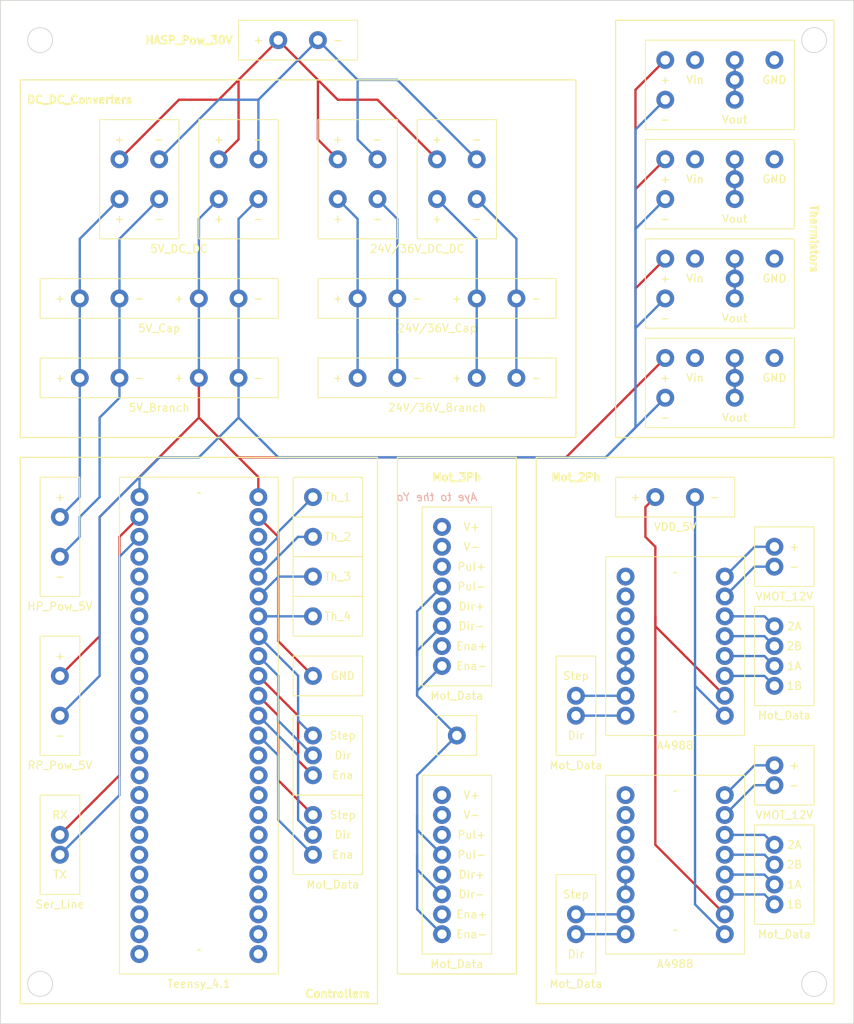
<source format=kicad_pcb>
(kicad_pcb (version 20211014) (generator pcbnew)
  (layers (0 "F.Cu" signal) (31 "B.Cu" signal) (34 "B.Paste" user) (35 "F.Paste" user) (36 "B.SilkS" user "B.Silkscreen") (37 "F.SilkS" user "F.Silkscreen") (38 "B.Mask" user) (39 "F.Mask" user) (44 "Edge.Cuts" user))
  (net 0 "")
  (footprint "TEST_1:Stepper_Pad" (layer "F.Cu") (at 127 128.27)
    (fp_text reference "Stepper_Pad" hide)
    (fp_text value "Stepper_Pad" hide)
    (fp_text user "2A" (at 2.54 -2.54 unlocked) (layer "F.SilkS"))
    (fp_text user "1A" (at 2.54 2.54 unlocked) (layer "F.SilkS"))
    (fp_text user "2B" (at 2.54 0 unlocked) (layer "F.SilkS"))
    (fp_text user "1B" (at 2.54 5.08 unlocked) (layer "F.SilkS"))
    (pad "1" thru_hole circle (at 0 -2.54) (size 2.286 2.286) (drill 1.2) (layers F&B.Cu *.Mask))
    (pad "2" thru_hole circle (at 0 0) (size 2.286 2.286) (drill 1.2) (layers F&B.Cu *.Mask))
    (pad "3" thru_hole circle (at 0 2.54) (size 2.286 2.286) (drill 1.2) (layers F&B.Cu *.Mask))
    (pad "4" thru_hole circle (at 0 5.08) (size 2.286 2.286) (drill 1.2) (layers F&B.Cu *.Mask))
  )
  (footprint "TEST_1:Pow_3_2" (layer "F.Cu") (at 76.2 55.88)
    (fp_text reference "Pow_3_2" hide)
    (fp_text value "Pow_3_2" hide)
    (fp_text user "-" (at 5.08 0 unlocked) (layer "F.SilkS"))
    (fp_text user "+" (at 10.16 0 unlocked) (layer "F.SilkS"))
    (fp_text user "-" (at 20.32 0 unlocked) (layer "F.SilkS"))
    (fp_text user "+" (at -5.08 0 unlocked) (layer "F.SilkS"))
    (pad "1" thru_hole circle (at 2.54 0) (size 2.286 2.286) (drill 1.2) (layers *.Cu *.Mask))
    (pad "1" thru_hole circle (at 17.78 0) (size 2.286 2.286) (drill 1.2) (layers *.Mask "F.Cu" "In1.Cu" "B.Cu"))
    (pad "2" thru_hole circle (at -2.54 0) (size 2.286 2.286) (drill 1.2) (layers *.Cu *.Mask))
    (pad "2" thru_hole circle (at 12.7 0) (size 2.286 2.286) (drill 1.2) (layers *.Mask "F.Cu" "In1.Cu" "B.Cu"))
  )
  (footprint "TEST_1:Conv_Pad_2" (layer "F.Cu") (at 58.42 40.64)
    (fp_text reference "Conv_Pad_2" hide)
    (fp_text value "Conv_Pad_2" hide)
    (fp_text user "-" (at 2.54 -5.08 unlocked) (layer "F.SilkS"))
    (fp_text user "+" (at -2.54 -5.08 unlocked) (layer "F.SilkS"))
    (fp_text user "+" (at -2.54 5.08 unlocked) (layer "F.SilkS"))
    (fp_text user "-" (at 2.54 5.08 unlocked) (layer "F.SilkS"))
    (pad "1" thru_hole circle (at -2.54 -2.54) (size 2.286 2.286) (drill 1.2) (layers F&B.Cu *.Mask))
    (pad "2" thru_hole circle (at 2.54 -2.54) (size 2.286 2.286) (drill 1.2) (layers F&B.Cu *.Mask))
    (pad "3" thru_hole circle (at -2.54 2.54) (size 2.286 2.286) (drill 1.2) (layers F&B.Cu *.Mask))
    (pad "4" thru_hole circle (at 2.54 2.54) (size 2.286 2.286) (drill 1.2) (layers F&B.Cu *.Mask))
  )
  (footprint "TEST_1:Pow_4" (layer "F.Cu") (at 127 118.11)
    (fp_text reference "Pow_4" hide)
    (fp_text value "Pow_4" hide)
    (fp_text user "-" (at 2.54 0 unlocked) (layer "F.SilkS"))
    (fp_text user "+" (at 2.54 -2.54 unlocked) (layer "F.SilkS"))
    (pad "1" thru_hole circle (at 0 -2.54) (size 2.286 2.286) (drill 1.2) (layers F&B.Cu *.Mask))
    (pad "2" thru_hole circle (at 0 0) (size 2.286 2.286) (drill 1.2) (layers F&B.Cu *.Mask))
  )
  (footprint "TEST_1:Conv_Pad_2" (layer "F.Cu") (at 86.36 40.64)
    (fp_text reference "Conv_Pad_2" hide)
    (fp_text value "Conv_Pad_2" hide)
    (fp_text user "-" (at 2.54 -5.08 unlocked) (layer "F.SilkS"))
    (fp_text user "+" (at -2.54 -5.08 unlocked) (layer "F.SilkS"))
    (fp_text user "+" (at -2.54 5.08 unlocked) (layer "F.SilkS"))
    (fp_text user "-" (at 2.54 5.08 unlocked) (layer "F.SilkS"))
    (pad "1" thru_hole circle (at -2.54 -2.54) (size 2.286 2.286) (drill 1.2) (layers F&B.Cu *.Mask))
    (pad "2" thru_hole circle (at 2.54 -2.54) (size 2.286 2.286) (drill 1.2) (layers F&B.Cu *.Mask))
    (pad "3" thru_hole circle (at -2.54 2.54) (size 2.286 2.286) (drill 1.2) (layers F&B.Cu *.Mask))
    (pad "4" thru_hole circle (at 2.54 2.54) (size 2.286 2.286) (drill 1.2) (layers F&B.Cu *.Mask))
  )
  (footprint "TEST_1:Conv_Pad_2" (layer "F.Cu") (at 73.66 40.64)
    (fp_text reference "Conv_Pad_2" hide)
    (fp_text value "Conv_Pad_2" hide)
    (fp_text user "-" (at 2.54 -5.08 unlocked) (layer "F.SilkS"))
    (fp_text user "+" (at -2.54 -5.08 unlocked) (layer "F.SilkS"))
    (fp_text user "+" (at -2.54 5.08 unlocked) (layer "F.SilkS"))
    (fp_text user "-" (at 2.54 5.08 unlocked) (layer "F.SilkS"))
    (pad "1" thru_hole circle (at -2.54 -2.54) (size 2.286 2.286) (drill 1.2) (layers F&B.Cu *.Mask))
    (pad "2" thru_hole circle (at 2.54 -2.54) (size 2.286 2.286) (drill 1.2) (layers F&B.Cu *.Mask))
    (pad "3" thru_hole circle (at -2.54 2.54) (size 2.286 2.286) (drill 1.2) (layers F&B.Cu *.Mask))
    (pad "4" thru_hole circle (at 2.54 2.54) (size 2.286 2.286) (drill 1.2) (layers F&B.Cu *.Mask))
  )
  (footprint "TEST_1:Serial" (layer "F.Cu") (at 35.56 127)
    (fp_text reference "Serial" hide)
    (fp_text value "Serial" hide)
    (fp_text user "TX" (at 0 2.54 unlocked) (layer "F.SilkS"))
    (fp_text user "RX" (at 0 -5.08 unlocked) (layer "F.SilkS"))
    (pad "1" thru_hole circle (at 0 -2.54) (size 2.286 2.286) (drill 1.2) (layers *.Cu *.Mask))
    (pad "2" thru_hole circle (at 0 0) (size 2.286 2.286) (drill 1.2) (layers *.Cu *.Mask))
  )
  (footprint "TEST_1:A4988" (layer "F.Cu") (at 114.3 129.54)
    (fp_text reference "A4988" hide)
    (fp_text value "A4988")
    (pad "1" thru_hole circle (at -6.35 -10.16) (size 2.286 2.286) (drill 1.2) (layers *.Cu *.Mask))
    (pad "2" thru_hole circle (at -6.35 -7.62) (size 2.286 2.286) (drill 1.2) (layers *.Cu *.Mask))
    (pad "3" thru_hole circle (at -6.35 -5.08) (size 2.286 2.286) (drill 1.2) (layers *.Cu *.Mask))
    (pad "4" thru_hole circle (at -6.35 -2.54) (size 2.286 2.286) (drill 1.2) (layers *.Cu *.Mask))
    (pad "5" thru_hole circle (at -6.35 0) (size 2.286 2.286) (drill 1.2) (layers *.Cu *.Mask))
    (pad "6" thru_hole circle (at -6.35 2.54) (size 2.286 2.286) (drill 1.2) (layers *.Cu *.Mask))
    (pad "7" thru_hole circle (at -6.35 5.08) (size 2.286 2.286) (drill 1.2) (layers *.Cu *.Mask))
    (pad "8" thru_hole circle (at -6.35 7.62) (size 2.286 2.286) (drill 1.2) (layers *.Cu *.Mask))
    (pad "9" thru_hole circle (at 6.35 -10.16) (size 2.286 2.286) (drill 1.2) (layers *.Cu *.Mask))
    (pad "10" thru_hole circle (at 6.35 -7.62) (size 2.286 2.286) (drill 1.2) (layers *.Cu *.Mask))
    (pad "11" thru_hole circle (at 6.35 -5.08) (size 2.286 2.286) (drill 1.2) (layers *.Cu *.Mask))
    (pad "12" thru_hole circle (at 6.35 -2.54) (size 2.286 2.286) (drill 1.2) (layers *.Cu *.Mask))
    (pad "13" thru_hole circle (at 6.35 0) (size 2.286 2.286) (drill 1.2) (layers *.Cu *.Mask))
    (pad "14" thru_hole circle (at 6.35 2.54) (size 2.286 2.286) (drill 1.2) (layers *.Cu *.Mask))
    (pad "15" thru_hole circle (at 6.35 5.08) (size 2.286 2.286) (drill 1.2) (layers *.Cu *.Mask))
    (pad "16" thru_hole circle (at 6.35 7.62) (size 2.286 2.286) (drill 1.2) (layers *.Cu *.Mask))
  )
  (footprint "TEST_1:Therm" (layer "F.Cu") (at 121.92 27.94)
    (fp_text reference "Therm" hide)
    (fp_text value "Therm" hide)
    (fp_text user "+" (at -8.89 0 unlocked) (layer "F.SilkS"))
    (fp_text user "Vin" (at -5.08 0 unlocked) (layer "F.SilkS"))
    (fp_text user "Vout" (at 0 5.08 unlocked) (layer "F.SilkS"))
    (fp_text user "GND" (at 5.08 0 unlocked) (layer "F.SilkS"))
    (fp_text user "-" (at -8.89 5.08 unlocked) (layer "F.SilkS"))
    (pad "1" thru_hole circle (at -8.89 -2.54) (size 2.286 2.286) (drill 1.2) (layers *.Cu *.Mask))
    (pad "2" thru_hole circle (at -5.08 -2.54) (size 2.286 2.286) (drill 1.2) (layers *.Cu *.Mask))
    (pad "3" thru_hole circle (at 0 -2.54) (size 2.286 2.286) (drill 1.2) (layers *.Mask "F.Cu" "In1.Cu" "B.Cu"))
    (pad "4" thru_hole circle (at 5.08 -2.54) (size 2.286 2.286) (drill 1.2) (layers *.Mask "F.Cu" "In1.Cu" "B.Cu"))
    (pad "5" thru_hole circle (at 0 0) (size 2.286 2.286) (drill 1.2) (layers *.Cu *.Mask))
    (pad "6" thru_hole circle (at -8.89 2.54) (size 2.286 2.286) (drill 1.2) (layers *.Cu *.Mask))
    (pad "7" thru_hole circle (at 0 2.54) (size 2.286 2.286) (drill 1.2) (layers *.Mask "F.Cu" "In1.Cu" "B.Cu"))
  )
  (footprint "TEST_1:Pow_3" (layer "F.Cu") (at 114.3 81.28)
    (fp_text reference "Pow_3" hide)
    (fp_text value "Pow_3" hide)
    (fp_text user "+" (at -5.08 0 unlocked) (layer "F.SilkS"))
    (fp_text user "-" (at 5.08 0 unlocked) (layer "F.SilkS"))
    (pad "1" thru_hole circle (at 2.54 0) (size 2.286 2.286) (drill 1.2) (layers *.Cu *.Mask))
    (pad "2" thru_hole circle (at -2.54 0) (size 2.286 2.286) (drill 1.2) (layers *.Cu *.Mask))
  )
  (footprint "TEST_1:Stepper_Pad" (layer "F.Cu") (at 127 100.33)
    (fp_text reference "Stepper_Pad" hide)
    (fp_text value "Stepper_Pad" hide)
    (fp_text user "2B" (at 2.54 0 unlocked) (layer "F.SilkS"))
    (fp_text user "2A" (at 2.54 -2.54 unlocked) (layer "F.SilkS"))
    (fp_text user "1B" (at 2.54 5.08 unlocked) (layer "F.SilkS"))
    (fp_text user "1A" (at 2.54 2.54 unlocked) (layer "F.SilkS"))
    (pad "1" thru_hole circle (at 0 -2.54) (size 2.286 2.286) (drill 1.2) (layers *.Cu *.Mask))
    (pad "2" thru_hole circle (at 0 0) (size 2.286 2.286) (drill 1.2) (layers *.Cu *.Mask))
    (pad "3" thru_hole circle (at 0 2.54) (size 2.286 2.286) (drill 1.2) (layers *.Cu *.Mask))
    (pad "4" thru_hole circle (at 0 5.08) (size 2.286 2.286) (drill 1.2) (layers *.Cu *.Mask))
  )
  (footprint "TEST_1:Motor_Data" (layer "F.Cu") (at 101.6 106.68)
    (fp_text reference "Motor_Data" hide)
    (fp_text value "Motor_Data" hide)
    (fp_text user "Step" (at 0 -2.54 unlocked) (layer "F.SilkS"))
    (fp_text user "Dir" (at 0 5.08 unlocked) (layer "F.SilkS"))
    (pad "1" thru_hole circle (at 0 0) (size 2.286 2.286) (drill 1.2) (layers *.Cu *.Mask))
    (pad "2" thru_hole circle (at 0 2.54) (size 2.286 2.286) (drill 1.2) (layers *.Cu *.Mask))
  )
  (footprint "TEST_1:Pow_3" (layer "F.Cu") (at 66.04 22.86)
    (fp_text reference "Pow_3" hide)
    (fp_text value "Pow_3" hide)
    (fp_text user "+" (at -5.08 0 unlocked) (layer "F.SilkS"))
    (fp_text user "-" (at 5.08 0 unlocked) (layer "F.SilkS"))
    (pad "1" thru_hole circle (at 2.54 0) (size 2.286 2.286) (drill 1.2) (layers *.Cu *.Mask))
    (pad "2" thru_hole circle (at -2.54 0) (size 2.286 2.286) (drill 1.2) (layers *.Cu *.Mask))
  )
  (footprint "TEST_1:Therm_Data" (layer "F.Cu") (at 67.945 81.28)
    (fp_text reference "Therm_Data" hide)
    (fp_text value "Therm_Data" hide)
    (pad "1" thru_hole circle (at 0 0) (size 2.286 2.286) (drill 1.2) (layers F&B.Cu *.Mask))
  )
  (footprint "TEST_1:Motor_Data_3" (layer "F.Cu") (at 84.455 85.09)
    (fp_text reference "Motor_Data_3" hide)
    (fp_text value "Motor_Data_3" hide)
    (fp_text user "Dir-" (at 3.797094 12.674187 unlocked) (layer "F.SilkS"))
    (fp_text user "Pul-" (at 3.81 7.62 unlocked) (layer "F.SilkS"))
    (fp_text user "Dir+" (at 3.81 10.16 unlocked) (layer "F.SilkS"))
    (fp_text user "Ena-" (at 3.81 17.78 unlocked) (layer "F.SilkS"))
    (fp_text user "V-" (at 3.81 2.54 unlocked) (layer "F.SilkS"))
    (fp_text user "Pul+" (at 3.81 5.08 unlocked) (layer "F.SilkS"))
    (fp_text user "Ena+" (at 3.81 15.24 unlocked) (layer "F.SilkS"))
    (fp_text user "V+" (at 3.81 0 unlocked) (layer "F.SilkS"))
    (pad "1" thru_hole circle (at 0 0) (size 2.286 2.286) (drill 1.2) (layers F&B.Cu *.Mask))
    (pad "2" thru_hole circle (at 0 2.54) (size 2.286 2.286) (drill 1.2) (layers F&B.Cu *.Mask))
    (pad "3" thru_hole circle (at 0 5.08) (size 2.286 2.286) (drill 1.2) (layers F&B.Cu *.Mask))
    (pad "4" thru_hole circle (at 0 7.62) (size 2.286 2.286) (drill 1.2) (layers F&B.Cu *.Mask))
    (pad "5" thru_hole circle (at 0 10.16) (size 2.286 2.286) (drill 1.2) (layers F&B.Cu *.Mask))
    (pad "6" thru_hole circle (at -0.012906 12.674187) (size 2.286 2.286) (drill 1.2) (layers F&B.Cu *.Mask))
    (pad "7" thru_hole circle (at 0 15.24) (size 2.286 2.286) (drill 1.2) (layers F&B.Cu *.Mask))
    (pad "8" thru_hole circle (at 0 17.78) (size 2.286 2.286) (drill 1.2) (layers F&B.Cu *.Mask))
  )
  (footprint "TEST_1:A4988" (layer "F.Cu") (at 114.3 101.6)
    (fp_text reference "A4988" hide)
    (fp_text value "A4988")
    (pad "1" thru_hole circle (at -6.35 -10.16) (size 2.286 2.286) (drill 1.2) (layers *.Cu *.Mask))
    (pad "2" thru_hole circle (at -6.35 -7.62) (size 2.286 2.286) (drill 1.2) (layers *.Cu *.Mask))
    (pad "3" thru_hole circle (at -6.35 -5.08) (size 2.286 2.286) (drill 1.2) (layers *.Cu *.Mask))
    (pad "4" thru_hole circle (at -6.35 -2.54) (size 2.286 2.286) (drill 1.2) (layers *.Cu *.Mask))
    (pad "5" thru_hole circle (at -6.35 0) (size 2.286 2.286) (drill 1.2) (layers *.Cu *.Mask))
    (pad "6" thru_hole circle (at -6.35 2.54) (size 2.286 2.286) (drill 1.2) (layers *.Cu *.Mask))
    (pad "7" thru_hole circle (at -6.35 5.08) (size 2.286 2.286) (drill 1.2) (layers *.Cu *.Mask))
    (pad "8" thru_hole circle (at -6.35 7.62) (size 2.286 2.286) (drill 1.2) (layers *.Cu *.Mask))
    (pad "9" thru_hole circle (at 6.35 -10.16) (size 2.286 2.286) (drill 1.2) (layers *.Cu *.Mask))
    (pad "10" thru_hole circle (at 6.35 -7.62) (size 2.286 2.286) (drill 1.2) (layers *.Cu *.Mask))
    (pad "11" thru_hole circle (at 6.35 -5.08) (size 2.286 2.286) (drill 1.2) (layers *.Cu *.Mask))
    (pad "12" thru_hole circle (at 6.35 -2.54) (size 2.286 2.286) (drill 1.2) (layers *.Cu *.Mask))
    (pad "13" thru_hole circle (at 6.35 0) (size 2.286 2.286) (drill 1.2) (layers *.Cu *.Mask))
    (pad "14" thru_hole circle (at 6.35 2.54) (size 2.286 2.286) (drill 1.2) (layers *.Cu *.Mask))
    (pad "15" thru_hole circle (at 6.35 5.08) (size 2.286 2.286) (drill 1.2) (layers *.Cu *.Mask))
    (pad "16" thru_hole circle (at 6.35 7.62) (size 2.286 2.286) (drill 1.2) (layers *.Cu *.Mask))
  )
  (footprint "TEST_1:Pow_2" (layer "F.Cu") (at 35.56 86.36)
    (fp_text reference "Pow_2" hide)
    (fp_text value "Pow_2" hide)
    (fp_text user "+" (at 0 -5.08 unlocked) (layer "F.SilkS"))
    (fp_text user "-" (at 0 5.08 unlocked) (layer "F.SilkS"))
    (pad "1" thru_hole circle (at 0 -2.54) (size 2.286 2.286) (drill 1.2) (layers F&B.Cu *.Mask))
    (pad "2" thru_hole circle (at 0 2.54) (size 2.286 2.286) (drill 1.2) (layers F&B.Cu *.Mask))
  )
  (footprint "TEST_1:Motor_Data_2" (layer "F.Cu") (at 67.945 111.76)
    (fp_text reference "Motor_Data_2" hide)
    (fp_text value "Motor_Data_2" hide)
    (fp_text user "Ena" (at 3.81 5.08 unlocked) (layer "F.SilkS"))
    (fp_text user "Dir" (at 3.81 2.54 unlocked) (layer "F.SilkS"))
    (fp_text user "Step" (at 3.81 0 unlocked) (layer "F.SilkS"))
    (pad "1" thru_hole circle (at 0 0) (size 2.286 2.286) (drill 1.2) (layers *.Cu *.Mask))
    (pad "2" thru_hole circle (at 0 2.54) (size 2.286 2.286) (drill 1.2) (layers *.Cu *.Mask))
    (pad "3" thru_hole circle (at 0 5.08) (size 2.286 2.286) (drill 1.2) (layers *.Cu *.Mask))
  )
  (footprint "TEST_1:Pow_3_2" (layer "F.Cu") (at 40.64 66.04)
    (fp_text reference "Pow_3_2" hide)
    (fp_text value "Pow_3_2" hide)
    (fp_text user "+" (at -5.08 0 unlocked) (layer "F.SilkS"))
    (fp_text user "+" (at 10.16 0 unlocked) (layer "F.SilkS"))
    (fp_text user "-" (at 5.08 0 unlocked) (layer "F.SilkS"))
    (fp_text user "-" (at 20.32 0 unlocked) (layer "F.SilkS"))
    (pad "1" thru_hole circle (at 17.78 0) (size 2.286 2.286) (drill 1.2) (layers F&B.Cu *.Mask))
    (pad "1" thru_hole circle (at 2.54 0) (size 2.286 2.286) (drill 1.2) (layers F&B.Cu *.Mask))
    (pad "2" thru_hole circle (at -2.54 0) (size 2.286 2.286) (drill 1.2) (layers F&B.Cu *.Mask))
    (pad "2" thru_hole circle (at 12.7 0) (size 2.286 2.286) (drill 1.2) (layers F&B.Cu *.Mask))
  )
  (footprint "TEST_1:Pow_3_2" (layer "F.Cu") (at 40.64 55.88)
    (fp_text reference "Pow_3_2" hide)
    (fp_text value "Pow_3_2" hide)
    (fp_text user "+" (at 10.16 0 unlocked) (layer "F.SilkS"))
    (fp_text user "+" (at -5.08 0 unlocked) (layer "F.SilkS"))
    (fp_text user "-" (at 5.08 0 unlocked) (layer "F.SilkS"))
    (fp_text user "-" (at 20.32 0 unlocked) (layer "F.SilkS"))
    (pad "1" thru_hole circle (at 2.54 0) (size 2.286 2.286) (drill 1.2) (layers F&B.Cu *.Mask))
    (pad "1" thru_hole circle (at 17.78 0) (size 2.286 2.286) (drill 1.2) (layers F&B.Cu *.Mask))
    (pad "2" thru_hole circle (at 12.7 0) (size 2.286 2.286) (drill 1.2) (layers F&B.Cu *.Mask))
    (pad "2" thru_hole circle (at -2.54 0) (size 2.286 2.286) (drill 1.2) (layers F&B.Cu *.Mask))
  )
  (footprint "TEST_1:Motor_Data_2" (layer "F.Cu") (at 67.945 121.92)
    (fp_text reference "Motor_Data_2" hide)
    (fp_text value "Motor_Data_2" hide)
    (fp_text user "Ena" (at 3.81 5.08 unlocked) (layer "F.SilkS"))
    (fp_text user "Dir" (at 3.81 2.54 unlocked) (layer "F.SilkS"))
    (fp_text user "Step" (at 3.81 0 unlocked) (layer "F.SilkS"))
    (pad "1" thru_hole circle (at 0 0) (size 2.286 2.286) (drill 1.2) (layers F&B.Cu *.Mask))
    (pad "2" thru_hole circle (at 0 2.54) (size 2.286 2.286) (drill 1.2) (layers F&B.Cu *.Mask))
    (pad "3" thru_hole circle (at 0 5.08) (size 2.286 2.286) (drill 1.2) (layers F&B.Cu *.Mask))
  )
  (footprint "TEST_1:Pow_2" (layer "F.Cu") (at 35.56 106.68)
    (fp_text reference "Pow_2" hide)
    (fp_text value "Pow_2" hide)
    (fp_text user "-" (at 0 5.08 unlocked) (layer "F.SilkS"))
    (fp_text user "+" (at 0 -5.08 unlocked) (layer "F.SilkS"))
    (pad "1" thru_hole circle (at 0 -2.54) (size 2.286 2.286) (drill 1.2) (layers F&B.Cu *.Mask))
    (pad "2" thru_hole circle (at 0 2.54) (size 2.286 2.286) (drill 1.2) (layers F&B.Cu *.Mask))
  )
  (footprint "TEST_1:Therm" (layer "F.Cu") (at 121.92 40.64)
    (fp_text reference "Therm" hide)
    (fp_text value "Therm" hide)
    (fp_text user "+" (at -8.89 0 unlocked) (layer "F.SilkS"))
    (fp_text user "Vout" (at 0 5.08 unlocked) (layer "F.SilkS"))
    (fp_text user "Vin" (at -5.08 0 unlocked) (layer "F.SilkS"))
    (fp_text user "GND" (at 5.08 0 unlocked) (layer "F.SilkS"))
    (fp_text user "-" (at -8.89 5.08 unlocked) (layer "F.SilkS"))
    (pad "1" thru_hole circle (at -8.89 -2.54) (size 2.286 2.286) (drill 1.2) (layers F&B.Cu *.Mask))
    (pad "2" thru_hole circle (at -5.08 -2.54) (size 2.286 2.286) (drill 1.2) (layers F&B.Cu *.Mask))
    (pad "3" thru_hole circle (at 0 -2.54) (size 2.286 2.286) (drill 1.2) (layers F&B.Cu *.Mask))
    (pad "4" thru_hole circle (at 5.08 -2.54) (size 2.286 2.286) (drill 1.2) (layers F&B.Cu *.Mask))
    (pad "5" thru_hole circle (at 0 0) (size 2.286 2.286) (drill 1.2) (layers F&B.Cu *.Mask))
    (pad "6" thru_hole circle (at -8.89 2.54) (size 2.286 2.286) (drill 1.2) (layers F&B.Cu *.Mask))
    (pad "7" thru_hole circle (at 0 2.54) (size 2.286 2.286) (drill 1.2) (layers F&B.Cu *.Mask))
  )
  (footprint "TEST_1:Hole_1_R" (layer "F.Cu") (at 67.945 104.14)
    (fp_text reference "Hole_1_R" hide)
    (fp_text value "Hole_1_R" hide)
    (pad "1" thru_hole circle (at 0 0) (size 2.286 2.286) (drill 1.2) (layers *.Cu *.Mask))
  )
  (footprint "TEST_1:Motor_Data" (layer "F.Cu") (at 101.6 134.62)
    (fp_text reference "Motor_Data" hide)
    (fp_text value "Motor_Data" hide)
    (fp_text user "Step" (at 0 -2.54 unlocked) (layer "F.SilkS"))
    (fp_text user "Dir" (at 0 5.08 unlocked) (layer "F.SilkS"))
    (pad "1" thru_hole circle (at 0 0) (size 2.286 2.286) (drill 1.2) (layers *.Cu *.Mask))
    (pad "2" thru_hole circle (at 0 2.54) (size 2.286 2.286) (drill 1.2) (layers *.Cu *.Mask))
  )
  (footprint "TEST_1:Hole_1" (layer "F.Cu") (at 86.36 111.76)
    (fp_text reference "Hole_1" hide)
    (fp_text value "Hole_1" hide)
    (pad "1" thru_hole circle (at 0 0) (size 2.286 2.286) (drill 1.2) (layers *.Cu *.Mask))
  )
  (footprint "TEST_1:Therm_Data" (layer "F.Cu") (at 67.945 96.52)
    (fp_text reference "Therm_Data" hide)
    (fp_text value "Therm_Data" hide)
    (pad "1" thru_hole circle (at 0 0) (size 2.286 2.286) (drill 1.2) (layers F&B.Cu *.Mask))
  )
  (footprint "TEST_1:Therm_Data" (layer "F.Cu") (at 67.945 91.44)
    (fp_text reference "Therm_Data" hide)
    (fp_text value "Therm_Data" hide)
    (pad "1" thru_hole circle (at 0 0) (size 2.286 2.286) (drill 1.2) (layers F&B.Cu *.Mask))
  )
  (footprint "TEST_1:Pow_4" (layer "F.Cu") (at 127 90.17)
    (fp_text reference "Pow_4" hide)
    (fp_text value "Pow_4" hide)
    (fp_text user "-" (at 2.54 0 unlocked) (layer "F.SilkS"))
    (fp_text user "+" (at 2.54 -2.54 unlocked) (layer "F.SilkS"))
    (pad "1" thru_hole circle (at 0 -2.54) (size 2.286 2.286) (drill 1.2) (layers *.Cu *.Mask))
    (pad "2" thru_hole circle (at 0 0) (size 2.286 2.286) (drill 1.2) (layers *.Cu *.Mask))
  )
  (footprint "TEST_1:Therm" (layer "F.Cu") (at 121.92 66.04)
    (fp_text reference "Therm" hide)
    (fp_text value "Therm" hide)
    (fp_text user "Vin" (at -5.08 0 unlocked) (layer "F.SilkS"))
    (fp_text user "-" (at -8.89 5.08 unlocked) (layer "F.SilkS"))
    (fp_text user "GND" (at 5.08 0 unlocked) (layer "F.SilkS"))
    (fp_text user "+" (at -8.89 0 unlocked) (layer "F.SilkS"))
    (fp_text user "Vout" (at 0 5.08 unlocked) (layer "F.SilkS"))
    (pad "1" thru_hole circle (at -8.89 -2.54) (size 2.286 2.286) (drill 1.2) (layers F&B.Cu *.Mask))
    (pad "2" thru_hole circle (at -5.08 -2.54) (size 2.286 2.286) (drill 1.2) (layers F&B.Cu *.Mask))
    (pad "3" thru_hole circle (at 0 -2.54) (size 2.286 2.286) (drill 1.2) (layers F&B.Cu *.Mask))
    (pad "4" thru_hole circle (at 5.08 -2.54) (size 2.286 2.286) (drill 1.2) (layers F&B.Cu *.Mask))
    (pad "5" thru_hole circle (at 0 0) (size 2.286 2.286) (drill 1.2) (layers F&B.Cu *.Mask))
    (pad "6" thru_hole circle (at -8.89 2.54) (size 2.286 2.286) (drill 1.2) (layers F&B.Cu *.Mask))
    (pad "7" thru_hole circle (at 0 2.54) (size 2.286 2.286) (drill 1.2) (layers F&B.Cu *.Mask))
  )
  (footprint "TEST_1:Therm" (layer "F.Cu") (at 121.92 53.34)
    (fp_text reference "Therm" hide)
    (fp_text value "Therm" hide)
    (fp_text user "Vout" (at 0 5.08 unlocked) (layer "F.SilkS"))
    (fp_text user "GND" (at 5.08 0 unlocked) (layer "F.SilkS"))
    (fp_text user "-" (at -8.89 5.08 unlocked) (layer "F.SilkS"))
    (fp_text user "Vin" (at -5.08 0 unlocked) (layer "F.SilkS"))
    (fp_text user "+" (at -8.89 0 unlocked) (layer "F.SilkS"))
    (pad "1" thru_hole circle (at -8.89 -2.54) (size 2.286 2.286) (drill 1.2) (layers F&B.Cu *.Mask))
    (pad "2" thru_hole circle (at -5.08 -2.54) (size 2.286 2.286) (drill 1.2) (layers F&B.Cu *.Mask))
    (pad "3" thru_hole circle (at 0 -2.54) (size 2.286 2.286) (drill 1.2) (layers F&B.Cu *.Mask))
    (pad "4" thru_hole circle (at 5.08 -2.54) (size 2.286 2.286) (drill 1.2) (layers F&B.Cu *.Mask))
    (pad "5" thru_hole circle (at 0 0) (size 2.286 2.286) (drill 1.2) (layers F&B.Cu *.Mask))
    (pad "6" thru_hole circle (at -8.89 2.54) (size 2.286 2.286) (drill 1.2) (layers F&B.Cu *.Mask))
    (pad "7" thru_hole circle (at 0 2.54) (size 2.286 2.286) (drill 1.2) (layers F&B.Cu *.Mask))
  )
  (footprint "TEST_1:Pow_3_2" (layer "F.Cu") (at 76.2 66.04)
    (fp_text reference "Pow_3_2" hide)
    (fp_text value "Pow_3_2" hide)
    (fp_text user "-" (at 20.32 0 unlocked) (layer "F.SilkS"))
    (fp_text user "-" (at 5.08 0 unlocked) (layer "F.SilkS"))
    (fp_text user "+" (at -5.08 0 unlocked) (layer "F.SilkS"))
    (fp_text user "+" (at 10.16 0 unlocked) (layer "F.SilkS"))
    (pad "1" thru_hole circle (at 2.54 0) (size 2.286 2.286) (drill 1.2) (layers F&B.Cu *.Mask))
    (pad "1" thru_hole circle (at 17.78 0) (size 2.286 2.286) (drill 1.2) (layers F&B.Cu *.Mask))
    (pad "2" thru_hole circle (at 12.7 0) (size 2.286 2.286) (drill 1.2) (layers F&B.Cu *.Mask))
    (pad "2" thru_hole circle (at -2.54 0) (size 2.286 2.286) (drill 1.2) (layers F&B.Cu *.Mask))
  )
  (footprint "TEST_1:Therm_Data" (layer "F.Cu") (at 67.945 86.36)
    (fp_text reference "Therm_Data" hide)
    (fp_text value "Therm_Data" hide)
    (pad "1" thru_hole circle (at 0 0) (size 2.286 2.286) (drill 1.2) (layers F&B.Cu *.Mask))
  )
  (footprint "TEST_1:Teensy_4.1" (layer "F.Cu") (at 53.34 109.22)
    (fp_text reference "Teensy_4.1" hide)
    (fp_text value "Teensy_4.1")
    (pad "1" thru_hole circle (at -7.590297 -27.94) (size 2.286 2.286) (drill 1.2) (layers *.Cu *.Mask))
    (pad "2" thru_hole circle (at -7.62 -25.4) (size 2.286 2.286) (drill 1.2) (layers *.Cu *.Mask))
    (pad "3" thru_hole circle (at -7.62 -22.86) (size 2.286 2.286) (drill 1.2) (layers *.Cu *.Mask))
    (pad "4" thru_hole circle (at -7.62 -20.32) (size 2.286 2.286) (drill 1.2) (layers *.Cu *.Mask))
    (pad "5" thru_hole circle (at -7.62 -17.78) (size 2.286 2.286) (drill 1.2) (layers *.Cu *.Mask))
    (pad "6" thru_hole circle (at -7.590297 -15.24) (size 2.286 2.286) (drill 1.2) (layers *.Cu *.Mask))
    (pad "7" thru_hole circle (at -7.62 -12.7) (size 2.286 2.286) (drill 1.2) (layers *.Cu *.Mask))
    (pad "8" thru_hole circle (at -7.590297 -10.16) (size 2.286 2.286) (drill 1.2) (layers *.Cu *.Mask))
    (pad "9" thru_hole circle (at -7.62 -7.62) (size 2.286 2.286) (drill 1.2) (layers *.Cu *.Mask))
    (pad "10" thru_hole circle (at -7.62 -5.08) (size 2.286 2.286) (drill 1.2) (layers *.Cu *.Mask))
    (pad "11" thru_hole circle (at -7.62 -2.54) (size 2.286 2.286) (drill 1.2) (layers *.Cu *.Mask))
    (pad "12" thru_hole circle (at -7.62 0) (size 2.286 2.286) (drill 1.2) (layers *.Cu *.Mask))
    (pad "13" thru_hole circle (at -7.62 2.54) (size 2.286 2.286) (drill 1.2) (layers *.Cu *.Mask))
    (pad "14" thru_hole circle (at -7.62 5.08) (size 2.286 2.286) (drill 1.2) (layers *.Cu *.Mask))
    (pad "15" thru_hole circle (at -7.590297 7.62) (size 2.286 2.286) (drill 1.2) (layers *.Mask "F.Cu" "In1.Cu" "B.Cu"))
    (pad "16" thru_hole circle (at -7.62 10.16) (size 2.286 2.286) (drill 1.2) (layers *.Mask "F.Cu" "In1.Cu" "B.Cu"))
    (pad "17" thru_hole circle (at -7.62 12.7) (size 2.286 2.286) (drill 1.2) (layers *.Mask "F.Cu" "In1.Cu" "B.Cu"))
    (pad "18" thru_hole circle (at -7.62 15.24) (size 2.286 2.286) (drill 1.2) (layers *.Mask "F.Cu" "In1.Cu" "B.Cu"))
    (pad "19" thru_hole circle (at -7.62 17.78) (size 2.286 2.286) (drill 1.2) (layers *.Mask "F.Cu" "In1.Cu" "B.Cu"))
    (pad "20" thru_hole circle (at -7.62 20.32) (size 2.286 2.286) (drill 1.2) (layers *.Mask "F.Cu" "In1.Cu" "B.Cu"))
    (pad "21" thru_hole circle (at -7.62 22.86) (size 2.286 2.286) (drill 1.2) (layers *.Mask "F.Cu" "In1.Cu" "B.Cu"))
    (pad "22" thru_hole circle (at -7.62 25.4) (size 2.286 2.286) (drill 1.2) (layers *.Mask "F.Cu" "In1.Cu" "B.Cu"))
    (pad "23" thru_hole circle (at -7.62 27.94) (size 2.286 2.286) (drill 1.2) (layers *.Mask "F.Cu" "In1.Cu" "B.Cu"))
    (pad "24" thru_hole circle (at -7.62 30.48) (size 2.286 2.286) (drill 1.2) (layers *.Mask "F.Cu" "In1.Cu" "B.Cu"))
    (pad "25" thru_hole circle (at 7.610328 -27.94) (size 2.286 2.286) (drill 1.2) (layers *.Mask "F.Cu" "In1.Cu" "B.Cu"))
    (pad "26" thru_hole circle (at 7.610328 -25.4) (size 2.286 2.286) (drill 1.2) (layers *.Mask "F.Cu" "In1.Cu" "B.Cu"))
    (pad "27" thru_hole circle (at 7.610328 -22.86) (size 2.286 2.286) (drill 1.2) (layers *.Mask "F.Cu" "In1.Cu" "B.Cu"))
    (pad "28" thru_hole circle (at 7.62 -20.32) (size 2.286 2.286) (drill 1.2) (layers *.Mask "F.Cu" "In1.Cu" "B.Cu"))
    (pad "29" thru_hole circle (at 7.610328 -17.78) (size 2.286 2.286) (drill 1.2) (layers *.Mask "F.Cu" "In1.Cu" "B.Cu"))
    (pad "30" thru_hole circle (at 7.649703 -15.24) (size 2.286 2.286) (drill 1.2) (layers *.Mask "F.Cu" "In1.Cu" "B.Cu"))
    (pad "31" thru_hole circle (at 7.62 -12.7) (size 2.286 2.286) (drill 1.2) (layers *.Cu *.Mask))
    (pad "32" thru_hole circle (at 7.649703 -10.16) (size 2.286 2.286) (drill 1.2) (layers *.Cu *.Mask))
    (pad "33" thru_hole circle (at 7.62 -7.62) (size 2.286 2.286) (drill 1.2) (layers *.Cu *.Mask))
    (pad "34" thru_hole circle (at 7.62 -5.08) (size 2.286 2.286) (drill 1.2) (layers *.Cu *.Mask))
    (pad "35" thru_hole circle (at 7.62 -2.54) (size 2.286 2.286) (drill 1.2) (layers *.Cu *.Mask))
    (pad "36" thru_hole circle (at 7.62 0) (size 2.286 2.286) (drill 1.2) (layers *.Cu *.Mask))
    (pad "37" thru_hole circle (at 7.62 2.54) (size 2.286 2.286) (drill 1.2) (layers *.Cu *.Mask))
    (pad "38" thru_hole circle (at 7.62 5.08) (size 2.286 2.286) (drill 1.2) (layers *.Cu *.Mask))
    (pad "39" thru_hole circle (at 7.649703 7.62) (size 2.286 2.286) (drill 1.2) (layers *.Cu *.Mask))
    (pad "40" thru_hole circle (at 7.649703 10.16) (size 2.286 2.286) (drill 1.2) (layers *.Cu *.Mask))
    (pad "41" thru_hole circle (at 7.62 12.7) (size 2.286 2.286) (drill 1.2) (layers *.Cu *.Mask))
    (pad "42" thru_hole circle (at 7.649703 15.24) (size 2.286 2.286) (drill 1.2) (layers *.Cu *.Mask))
    (pad "43" thru_hole circle (at 7.649703 17.78) (size 2.286 2.286) (drill 1.2) (layers *.Cu *.Mask))
    (pad "44" thru_hole circle (at 7.62 20.32) (size 2.286 2.286) (drill 1.2) (layers *.Cu *.Mask))
    (pad "45" thru_hole circle (at 7.62 22.86) (size 2.286 2.286) (drill 1.2) (layers *.Mask "F.Cu" "In1.Cu" "B.Cu"))
    (pad "46" thru_hole circle (at 7.62 25.4) (size 2.286 2.286) (drill 1.2) (layers *.Mask "F.Cu" "In1.Cu" "B.Cu"))
    (pad "47" thru_hole circle (at 7.605147 27.94) (size 2.286 2.286) (drill 1.2) (layers *.Mask "F.Cu" "In1.Cu" "B.Cu"))
    (pad "48" thru_hole circle (at 7.605147 30.48) (size 2.286 2.286) (drill 1.2) (layers *.Mask "F.Cu" "In1.Cu" "B.Cu"))
  )
  (footprint "TEST_1:Motor_Data_3" (layer "F.Cu") (at 84.455 119.38)
    (fp_text reference "Motor_Data_3" hide)
    (fp_text value "Motor_Data_3" hide)
    (fp_text user "Ena+" (at 3.81 15.24 unlocked) (layer "F.SilkS"))
    (fp_text user "Pul-" (at 3.81 7.62 unlocked) (layer "F.SilkS"))
    (fp_text user "V+" (at 3.81 0 unlocked) (layer "F.SilkS"))
    (fp_text user "Dir+" (at 3.81 10.16 unlocked) (layer "F.SilkS"))
    (fp_text user "Ena-" (at 3.81 17.78 unlocked) (layer "F.SilkS"))
    (fp_text user "V-" (at 3.81 2.54 unlocked) (layer "F.SilkS"))
    (fp_text user "Dir-" (at 3.797094 12.674187 unlocked) (layer "F.SilkS"))
    (fp_text user "Pul+" (at 3.81 5.08 unlocked) (layer "F.SilkS"))
    (pad "1" thru_hole circle (at 0 0) (size 2.286 2.286) (drill 1.2) (layers F&B.Cu *.Mask))
    (pad "2" thru_hole circle (at 0 2.54) (size 2.286 2.286) (drill 1.2) (layers F&B.Cu *.Mask))
    (pad "3" thru_hole circle (at 0 5.08) (size 2.286 2.286) (drill 1.2) (layers F&B.Cu *.Mask))
    (pad "4" thru_hole circle (at 0 7.62) (size 2.286 2.286) (drill 1.2) (layers F&B.Cu *.Mask))
    (pad "5" thru_hole circle (at 0 10.16) (size 2.286 2.286) (drill 1.2) (layers F&B.Cu *.Mask))
    (pad "6" thru_hole circle (at -0.012906 12.674187) (size 2.286 2.286) (drill 1.2) (layers F&B.Cu *.Mask))
    (pad "7" thru_hole circle (at 0 15.24) (size 2.286 2.286) (drill 1.2) (layers F&B.Cu *.Mask))
    (pad "8" thru_hole circle (at 0 17.78) (size 2.286 2.286) (drill 1.2) (layers F&B.Cu *.Mask))
  )
  (footprint "TEST_1:Conv_Pad_2" (layer "F.Cu") (at 45.72 40.64)
    (fp_text reference "Conv_Pad_2" hide)
    (fp_text value "Conv_Pad_2" hide)
    (fp_text user "-" (at 2.54 -5.08 unlocked) (layer "F.SilkS"))
    (fp_text user "+" (at -2.54 -5.08 unlocked) (layer "F.SilkS"))
    (fp_text user "+" (at -2.54 5.08 unlocked) (layer "F.SilkS"))
    (fp_text user "-" (at 2.54 5.08 unlocked) (layer "F.SilkS"))
    (pad "1" thru_hole circle (at -2.54 -2.54) (size 2.286 2.286) (drill 1.2) (layers F&B.Cu *.Mask))
    (pad "2" thru_hole circle (at 2.54 -2.54) (size 2.286 2.286) (drill 1.2) (layers F&B.Cu *.Mask))
    (pad "3" thru_hole circle (at -2.54 2.54) (size 2.286 2.286) (drill 1.2) (layers F&B.Cu *.Mask))
    (pad "4" thru_hole circle (at 2.54 2.54) (size 2.286 2.286) (drill 1.2) (layers F&B.Cu *.Mask))
  )
  (gr_rect (start 96.52 76.2) (end 134.62 146.05) (layer "F.SilkS") (width 0.15) (fill none))
  (gr_rect (start 106.68 20.32) (end 134.62 73.66) (layer "F.SilkS") (width 0.15) (fill none))
  (gr_rect (start 76.2 76.2) (end 30.48 146.05) (layer "F.SilkS") (width 0.15) (fill none))
  (gr_rect (start 78.74 76.2) (end 93.98 142.24) (layer "F.SilkS") (width 0.15) (fill none))
  (gr_rect (start 30.48 27.94) (end 101.6 73.66) (layer "F.SilkS") (width 0.15) (fill none))
  (gr_circle (center 132.08 22.86) (end 133.6802 22.86) (layer "Edge.Cuts") (width 0.1) (fill none))
  (gr_circle (center 132.08 143.51) (end 133.6802 143.51) (layer "Edge.Cuts") (width 0.1) (fill none))
  (gr_rect (start 137.16 17.78) (end 27.94 148.59) (layer "Edge.Cuts") (width 0.1) (fill none))
  (gr_circle (center 33.02 22.86) (end 31.4198 22.86) (layer "Edge.Cuts") (width 0.1) (fill none))
  (gr_circle (center 33.02 143.51) (end 31.4198 143.51) (layer "Edge.Cuts") (width 0.1) (fill none))
  (gr_text "Aye to the Yo" (at 83.82 81.28) (layer "B.SilkS") (effects (font (size 1 1) (thickness 0.15) italic) (justify mirror)))
  (gr_text "Ser_Line" (at 35.56 133.35) (layer "F.SilkS") (effects (font (size 1 1))))
  (gr_text "5V_DC_DC" (at 50.8 49.53) (layer "F.SilkS") (effects (font (size 1 1))))
  (gr_text "GND" (at 71.755 104.14) (layer "F.SilkS") (effects (font (size 1 1))))
  (gr_text "^" (at 114.3 137.16) (layer "F.SilkS") (effects (font (size 1 1))))
  (gr_text "Thermistors" (at 132.08 48.26 -90) (layer "F.SilkS") (effects (font (size 1 1) (thickness 0.25))))
  (gr_text "Mot_2Ph" (at 101.6 78.74) (layer "F.SilkS") (effects (font (size 1 1) (thickness 0.25))))
  (gr_text "Mot_Data" (at 86.36 140.97) (layer "F.SilkS") (effects (font (size 1 1))))
  (gr_text "Mot_Data" (at 101.6 115.57) (layer "F.SilkS") (effects (font (size 1 1))))
  (gr_text "Th_3" (at 71.12 91.44) (layer "F.SilkS") (effects (font (size 1 1))))
  (gr_text "Mot_Data" (at 70.485 130.81) (layer "F.SilkS") (effects (font (size 1 1))))
  (gr_text "Mot_Data" (at 101.6 143.51) (layer "F.SilkS") (effects (font (size 1 1))))
  (gr_text "VMOT_12V" (at 128.27 121.92) (layer "F.SilkS") (effects (font (size 1 1))))
  (gr_text "Th_2" (at 71.12 86.36) (layer "F.SilkS") (effects (font (size 1 1))))
  (gr_text "^" (at 53.34 139.7) (layer "F.SilkS") (effects (font (size 1 1))))
  (gr_text "Mot_Data" (at 128.27 137.16) (layer "F.SilkS") (effects (font (size 1 1))))
  (gr_text "VDD_5V" (at 114.3 85.09) (layer "F.SilkS") (effects (font (size 1 1))))
  (gr_text "HASP_Pow_30V" (at 52.07 22.86) (layer "F.SilkS") (effects (font (size 1 1) (thickness 0.25))))
  (gr_text "Mot_Data" (at 86.36 106.68) (layer "F.SilkS") (effects (font (size 1 1))))
  (gr_text "Mot_3Ph" (at 86.36 78.74) (layer "F.SilkS") (effects (font (size 1 1) (thickness 0.25))))
  (gr_text "HP_Pow_5V" (at 35.56 95.25) (layer "F.SilkS") (effects (font (size 1 1))))
  (gr_text "A4988" (at 114.3 140.97) (layer "F.SilkS") (effects (font (size 1 1))))
  (gr_text "Th_1" (at 71.12 81.28) (layer "F.SilkS") (effects (font (size 1 1))))
  (gr_text "VMOT_12V" (at 128.27 93.98) (layer "F.SilkS") (effects (font (size 1 1))))
  (gr_text "Mot_Data" (at 128.27 109.181703) (layer "F.SilkS") (effects (font (size 1 1))))
  (gr_text "A4988" (at 114.3 113.03) (layer "F.SilkS") (effects (font (size 1 1))))
  (gr_text "^" (at 53.34 81.28) (layer "F.SilkS") (effects (font (size 1 1))))
  (gr_text "5V_Cap" (at 48.26 59.69) (layer "F.SilkS") (effects (font (size 1 1))))
  (gr_text "^" (at 114.3 91.44) (layer "F.SilkS") (effects (font (size 1 1))))
  (gr_text "Teensy_4.1" (at 53.34 143.51) (layer "F.SilkS") (effects (font (size 1 1))))
  (gr_text "24V/36V_DC_DC" (at 81.28 49.53) (layer "F.SilkS") (effects (font (size 1 1))))
  (gr_text "Th_4" (at 71.12 96.52) (layer "F.SilkS") (effects (font (size 1 1))))
  (gr_text "RP_Pow_5V" (at 35.56 115.57) (layer "F.SilkS") (effects (font (size 1 1))))
  (gr_text "24V/36V_Branch" (at 83.82 69.85) (layer "F.SilkS") (effects (font (size 1 1))))
  (gr_text "Controllers" (at 71.12 144.78) (layer "F.SilkS") (effects (font (size 1 1) (thickness 0.25))))
  (gr_text "^" (at 114.3 119.38) (layer "F.SilkS") (effects (font (size 1 1))))
  (gr_text "^" (at 114.3 109.22) (layer "F.SilkS") (effects (font (size 1 1))))
  (gr_text "5V_Branch" (at 48.26 69.85) (layer "F.SilkS") (effects (font (size 1 1))))
  (gr_text "DC_DC_Converters" (at 38.1 30.48) (layer "F.SilkS") (effects (font (size 1 1) (thickness 0.25))))
  (gr_text "24V/36V_Cap" (at 83.82 59.69) (layer "F.SilkS") (effects (font (size 1 1))))
  (segment (start 63.5 117.475) (end 63.5 109.22) (width 0.3) (layer "F.Cu") (net 0))
  (segment (start 58.42 35.56) (end 58.42 27.94) (width 0.3) (layer "F.Cu") (net 0))
  (segment (start 113.03 50.8) (end 109.22 54.61) (width 0.3) (layer "F.Cu") (net 0))
  (segment (start 111.76 97.79) (end 111.76 96.52) (width 0.3) (layer "F.Cu") (net 0))
  (segment (start 63.5 109.22) (end 60.96 106.68) (width 0.3) (layer "F.Cu") (net 0))
  (segment (start 100.33 76.2) (end 108.585 67.945) (width 0.3) (layer "F.Cu") (net 0))
  (segment (start 50.8 30.48) (end 55.88 30.48) (width 0.3) (layer "F.Cu") (net 0))
  (segment (start 66.04 114.935) (end 66.04 109.22) (width 0.3) (layer "F.Cu") (net 0))
  (segment (start 68.58 35.56) (end 68.58 27.94) (width 0.3) (layer "F.Cu") (net 0))
  (segment (start 109.22 41.91) (end 109.22 43.18) (width 0.3) (layer "F.Cu") (net 0))
  (segment (start 63.5 99.06) (end 63.5 86.36) (width 0.3) (layer "F.Cu") (net 0))
  (segment (start 111.76 96.52) (end 111.76 125.73) (width 0.3) (layer "F.Cu") (net 0))
  (segment (start 60.950328 81.28) (end 60.950328 78.730328) (width 0.3) (layer "F.Cu") (net 0))
  (segment (start 71.12 30.48) (end 63.5 22.86) (width 0.3) (layer "F.Cu") (net 0))
  (segment (start 110.49 86.36) (end 110.49 82.55) (width 0.3) (layer "F.Cu") (net 0))
  (segment (start 66.04 109.22) (end 60.96 104.14) (width 0.3) (layer "F.Cu") (net 0))
  (segment (start 55.88 38.1) (end 58.42 35.56) (width 0.3) (layer "F.Cu") (net 0))
  (segment (start 108.585 67.945) (end 113.03 63.5) (width 0.3) (layer "F.Cu") (net 0))
  (segment (start 109.22 29.21) (end 109.22 43.18) (width 0.3) (layer "F.Cu") (net 0))
  (segment (start 53.34 71.12) (end 53.34 66.04) (width 0.3) (layer "F.Cu") (net 0))
  (segment (start 43.18 86.36) (end 43.18 116.84) (width 0.3) (layer "F.Cu") (net 0))
  (segment (start 100.33 76.2) (end 58.42 76.2) (width 0.3) (layer "F.Cu") (net 0))
  (segment (start 109.22 54.61) (end 109.22 55.88) (width 0.3) (layer "F.Cu") (net 0))
  (segment (start 109.22 67.31) (end 108.585 67.945) (width 0.3) (layer "F.Cu") (net 0))
  (segment (start 63.5 86.36) (end 60.96 83.82) (width 0.3) (layer "F.Cu") (net 0))
  (segment (start 113.03 25.4) (end 109.22 29.21) (width 0.3) (layer "F.Cu") (net 0))
  (segment (start 111.76 87.63) (end 110.49 86.36) (width 0.3) (layer "F.Cu") (net 0))
  (segment (start 67.945 116.84) (end 66.04 114.935) (width 0.3) (layer "F.Cu") (net 0))
  (segment (start 63.5 99.695) (end 63.5 99.06) (width 0.3) (layer "F.Cu") (net 0))
  (segment (start 111.76 96.52) (end 111.76 87.63) (width 0.3) (layer "F.Cu") (net 0))
  (segment (start 120.65 106.68) (end 111.76 97.79) (width 0.3) (layer "F.Cu") (net 0))
  (segment (start 40.64 83.82) (end 53.34 71.12) (width 0.3) (layer "F.Cu") (net 0))
  (segment (start 71.12 38.1) (end 68.58 35.56) (width 0.3) (layer "F.Cu") (net 0))
  (segment (start 67.945 104.14) (end 63.5 99.695) (width 0.3) (layer "F.Cu") (net 0))
  (segment (start 60.950328 78.730328) (end 53.34 71.12) (width 0.3) (layer "F.Cu") (net 0))
  (segment (start 58.42 27.94) (end 63.5 22.86) (width 0.3) (layer "F.Cu") (net 0))
  (segment (start 110.49 82.55) (end 111.76 81.28) (width 0.3) (layer "F.Cu") (net 0))
  (segment (start 113.03 38.1) (end 109.22 41.91) (width 0.3) (layer "F.Cu") (net 0))
  (segment (start 45.72 83.82) (end 43.18 86.36) (width 0.3) (layer "F.Cu") (net 0))
  (segment (start 43.18 116.84) (end 35.56 124.46) (width 0.3) (layer "F.Cu") (net 0))
  (segment (start 76.2 30.48) (end 71.12 30.48) (width 0.3) (layer "F.Cu") (net 0))
  (segment (start 40.64 99.06) (end 35.56 104.14) (width 0.3) (layer "F.Cu") (net 0))
  (segment (start 109.22 43.18) (end 109.22 67.31) (width 0.3) (layer "F.Cu") (net 0))
  (segment (start 40.64 99.06) (end 40.64 83.82) (width 0.3) (layer "F.Cu") (net 0))
  (segment (start 43.18 38.1) (end 50.8 30.48) (width 0.3) (layer "F.Cu") (net 0))
  (segment (start 111.76 125.73) (end 120.65 134.62) (width 0.3) (layer "F.Cu") (net 0))
  (segment (start 83.82 38.1) (end 76.2 30.48) (width 0.3) (layer "F.Cu") (net 0))
  (segment (start 55.88 30.48) (end 58.42 27.94) (width 0.3) (layer "F.Cu") (net 0))
  (segment (start 67.945 121.92) (end 63.5 117.475) (width 0.3) (layer "F.Cu") (net 0))
  (segment (start 116.84 81.28) (end 116.84 83.82) (width 0.3) (layer "B.Cu") (net 0))
  (segment (start 93.98 48.26) (end 88.9 43.18) (width 0.3) (layer "B.Cu") (net 0))
  (segment (start 58.42 45.72) (end 60.96 43.18) (width 0.3) (layer "B.Cu") (net 0))
  (segment (start 35.56 83.82) (end 38.1 81.28) (width 0.3) (layer "B.Cu") (net 0))
  (segment (start 105.41 76.2) (end 108.585 73.025) (width 0.3) (layer "B.Cu") (net 0))
  (segment (start 78.74 45.72) (end 76.2 43.18) (width 0.3) (layer "B.Cu") (net 0))
  (segment (start 66.04 104.110297) (end 60.989703 99.06) (width 0.3) (layer "B.Cu") (net 0))
  (segment (start 67.945 91.44) (end 63.529703 91.44) (width 0.3) (layer "B.Cu") (net 0))
  (segment (start 81.28 128.892093) (end 81.28 127) (width 0.3) (layer "B.Cu") (net 0))
  (segment (start 88.9 38.1) (end 78.74 27.94) (width 0.3) (layer "B.Cu") (net 0))
  (segment (start 107.95 104.14) (end 107.95 101.6) (width 0.3) (layer "B.Cu") (net 0))
  (segment (start 127 100.33) (end 125.73 99.06) (width 0.3) (layer "B.Cu") (net 0))
  (segment (start 66.04 114.3) (end 60.96 109.22) (width 0.3) (layer "B.Cu") (net 0))
  (segment (start 43.18 119.38) (end 43.18 88.9) (width 0.3) (layer "B.Cu") (net 0))
  (segment (start 125.73 129.54) (end 120.65 129.54) (width 0.3) (layer "B.Cu") (net 0))
  (segment (start 63.5 122.555) (end 63.5 114.3) (width 0.3) (layer "B.Cu") (net 0))
  (segment (start 55.88 30.48) (end 60.96 30.48) (width 0.3) (layer "B.Cu") (net 0))
  (segment (start 67.945 114.3) (end 63.5 109.855) (width 0.3) (layer "B.Cu") (net 0))
  (segment (start 101.6 137.16) (end 107.95 137.16) (width 0.3) (layer "B.Cu") (net 0))
  (segment (start 127 87.63) (end 124.46 87.63) (width 0.3) (layer "B.Cu") (net 0))
  (segment (start 73.66 35.56) (end 73.66 27.94) (width 0.3) (layer "B.Cu") (net 0))
  (segment (start 127 115.57) (end 124.46 115.57) (width 0.3) (layer "B.Cu") (net 0))
  (segment (start 78.74 55.88) (end 78.74 45.72) (width 0.3) (layer "B.Cu") (net 0))
  (segment (start 121.92 38.1) (end 121.92 43.18) (width 0.3) (layer "B.Cu") (net 0))
  (segment (start 67.945 124.46) (end 66.04 122.555) (width 0.3) (layer "B.Cu") (net 0))
  (segment (start 48.26 76.259406) (end 48.26 76.2) (width 0.3) (layer "B.Cu") (net 0))
  (segment (start 109.22 46.99) (end 109.22 48.26) (width 0.3) (layer "B.Cu") (net 0))
  (segment (start 40.64 83.82) (end 45.72 78.74) (width 0.3) (layer "B.Cu") (net 0))
  (segment (start 84.442094 132.054187) (end 81.28 128.892093) (width 0.3) (layer "B.Cu") (net 0))
  (segment (start 109.22 59.69) (end 109.22 60.96) (width 0.3) (layer "B.Cu") (net 0))
  (segment (start 43.18 48.26) (end 48.26 43.18) (width 0.3) (layer "B.Cu") (net 0))
  (segment (start 127 128.27) (end 125.73 127) (width 0.3) (layer "B.Cu") (net 0))
  (segment (start 124.46 115.57) (end 120.65 119.38) (width 0.3) (layer "B.Cu") (net 0))
  (segment (start 78.74 27.94) (end 73.66 27.94) (width 0.3) (layer "B.Cu") (net 0))
  (segment (start 93.98 55.88) (end 93.98 48.26) (width 0.3) (layer "B.Cu") (net 0))
  (segment (start 125.73 132.08) (end 120.65 132.08) (width 0.3) (layer "B.Cu") (net 0))
  (segment (start 73.66 45.72) (end 71.12 43.18) (width 0.3) (layer "B.Cu") (net 0))
  (segment (start 67.945 86.36) (end 66.030328 86.36) (width 0.3) (layer "B.Cu") (net 0))
  (segment (start 107.95 132.08) (end 107.95 129.54) (width 0.3) (layer "B.Cu") (net 0))
  (segment (start 43.18 55.88) (end 43.18 48.26) (width 0.3) (layer "B.Cu") (net 0))
  (segment (start 125.73 124.46) (end 120.65 124.46) (width 0.3) (layer "B.Cu") (net 0))
  (segment (start 60.96 88.265) (end 60.96 88.9) (width 0.3) (layer "B.Cu") (net 0))
  (segment (start 81.28 106.68) (end 86.36 111.76) (width 0.3) (layer "B.Cu") (net 0))
  (segment (start 45.749703 81.28) (end 45.749703 78.769703) (width 0.3) (layer "B.Cu") (net 0))
  (segment (start 40.64 104.14) (end 40.64 83.82) (width 0.3) (layer "B.Cu") (net 0))
  (segment (start 63.5 104.14) (end 60.96 101.6) (width 0.3) (layer "B.Cu") (net 0))
  (segment (start 109.22 34.29) (end 109.22 60.96) (width 0.3) (layer "B.Cu") (net 0))
  (segment (start 107.95 109.22) (end 101.6 109.22) (width 0.3) (layer "B.Cu") (net 0))
  (segment (start 58.42 71.12) (end 58.42 66.04) (width 0.3) (layer "B.Cu") (net 0))
  (segment (start 88.9 66.04) (end 88.9 55.88) (width 0.3) (layer "B.Cu") (net 0))
  (segment (start 109.22 60.96) (end 109.22 72.39) (width 0.3) (layer "B.Cu") (net 0))
  (segment (start 53.34 45.72) (end 55.88 43.18) (width 0.3) (layer "B.Cu") (net 0))
  (segment (start 84.455 137.16) (end 81.28 133.985) (width 0.3) (layer "B.Cu") (net 0))
  (segment (start 38.1 48.26) (end 43.18 43.18) (width 0.3) (layer "B.Cu") (net 0))
  (segment (start 53.34 55.88) (end 53.34 45.72) (width 0.3) (layer "B.Cu") (net 0))
  (segment (start 40.64 71.12) (end 40.64 81.28) (width 0.3) (layer "B.Cu") (net 0))
  (segment (start 84.455 102.87) (end 81.28 106.045) (width 0.3) (layer "B.Cu") (net 0))
  (segment (start 40.64 81.28) (end 38.1 83.82) (width 0.3) (layer "B.Cu") (net 0))
  (segment (start 43.18 88.9) (end 45.72 86.36) (width 0.3) (layer "B.Cu") (net 0))
  (segment (start 113.03 55.88) (end 109.22 59.69) (width 0.3) (layer "B.Cu") (net 0))
  (segment (start 88.9 55.88) (end 88.9 48.26) (width 0.3) (layer "B.Cu") (net 0))
  (segment (start 120.65 109.22) (end 116.84 105.41) (width 0.3) (layer "B.Cu") (net 0))
  (segment (start 63.5 76.2) (end 58.42 71.12) (width 0.3) (layer "B.Cu") (net 0))
  (segment (start 38.1 86.36) (end 35.56 88.9) (width 0.3) (layer "B.Cu") (net 0))
  (segment (start 66.04 109.855) (end 66.04 104.110297) (width 0.3) (layer "B.Cu") (net 0))
  (segment (start 125.73 96.52) (end 120.65 96.52) (width 0.3) (layer "B.Cu") (net 0))
  (segment (start 63.5 85.725) (end 63.5 86.36) (width 0.3) (layer "B.Cu") (net 0))
  (segment (start 63.5 109.855) (end 63.5 104.14) (width 0.3) (layer "B.Cu") (net 0))
  (segment (start 35.56 127) (end 43.18 119.38) (width 0.3) (layer "B.Cu") (net 0))
  (segment (start 108.585 73.025) (end 113.03 68.58) (width 0.3) (layer "B.Cu") (net 0))
  (segment (start 67.945 127) (end 63.5 122.555) (width 0.3) (layer "B.Cu") (net 0))
  (segment (start 121.92 63.5) (end 121.92 68.58) (width 0.3) (layer "B.Cu") (net 0))
  (segment (start 121.92 50.8) (end 121.92 55.88) (width 0.3) (layer "B.Cu") (net 0))
  (segment (start 58.42 55.88) (end 58.42 66.04) (width 0.3) (layer "B.Cu") (net 0))
  (segment (start 127 133.35) (end 125.73 132.08) (width 0.3) (layer "B.Cu") (net 0))
  (segment (start 43.18 68.58) (end 40.64 71.12) (width 0.3) (layer "B.Cu") (net 0))
  (segment (start 66.04 122.555) (end 66.04 114.3) (width 0.3) (layer "B.Cu") (net 0))
  (segment (start 45.749703 78.769703) (end 48.26 76.259406) (width 0.3) (layer "B.Cu") (net 0))
  (segment (start 88.9 48.26) (end 83.82 43.18) (width 0.3) (layer "B.Cu") (net 0))
  (segment (start 116.84 133.35) (end 120.65 137.16) (width 0.3) (layer "B.Cu") (net 0))
  (segment (start 81.28 123.825) (end 81.28 121.92) (width 0.3) (layer "B.Cu") (net 0))
  (segment (start 113.03 43.18) (end 109.22 46.99) (width 0.3) (layer "B.Cu") (net 0))
  (segment (start 84.455 127) (end 81.28 123.825) (width 0.3) (layer "B.Cu") (net 0))
  (segment (start 124.46 118.11) (end 120.65 121.92) (width 0.3) (layer "B.Cu") (net 0))
  (segment (start 48.26 76.2) (end 53.34 76.2) (width 0.3) (layer "B.Cu") (net 0))
  (segment (start 93.98 66.04) (end 93.98 55.88) (width 0.3) (layer "B.Cu") (net 0))
  (segment (start 38.1 81.28) (end 38.1 66.04) (width 0.3) (layer "B.Cu") (net 0))
  (segment (start 81.28 133.985) (end 81.28 116.84) (width 0.3) (layer "B.Cu") (net 0))
  (segment (start 127 97.79) (end 125.73 96.52) (width 0.3) (layer "B.Cu") (net 0))
  (segment (start 124.46 87.63) (end 120.65 91.44) (width 0.3) (layer "B.Cu") (net 0))
  (segment (start 81.28 116.84) (end 86.36 111.76) (width 0.3) (layer "B.Cu") (net 0))
  (segment (start 125.73 127) (end 120.65 127) (width 0.3) (layer "B.Cu") (net 0))
  (segment (start 127 90.17) (end 124.46 90.17) (width 0.3) (layer "B.Cu") (net 0))
  (segment (start 84.455 92.71) (end 81.28 95.885) (width 0.3) (layer "B.Cu") (net 0))
  (segment (start 125.73 101.6) (end 120.65 101.6) (width 0.3) (layer "B.Cu") (net 0))
  (segment (start 60.96 38.1) (end 60.96 30.48) (width 0.3) (layer "B.Cu") (net 0))
  (segment (start 58.42 55.88) (end 58.42 45.72) (width 0.3) (layer "B.Cu") (net 0))
  (segment (start 63.5 86.36) (end 60.96 88.9) (width 0.3) (layer "B.Cu") (net 0))
  (segment (start 63.5 114.3) (end 60.96 111.76) (width 0.3) (layer "B.Cu") (net 0))
  (segment (start 73.66 66.04) (end 73.66 55.88) (width 0.3) (layer "B.Cu") (net 0))
  (segment (start 66.030328 86.36) (end 60.950328 91.44) (width 0.3) (layer "B.Cu") (net 0))
  (segment (start 45.749703 78.769703) (end 45.72 78.74) (width 0.3) (layer "B.Cu") (net 0))
  (segment (start 121.92 25.4) (end 121.92 30.48) (width 0.3) (layer "B.Cu") (net 0))
  (segment (start 125.73 99.06) (end 120.65 99.06) (width 0.3) (layer "B.Cu") (net 0))
  (segment (start 35.56 109.22) (end 40.64 104.14) (width 0.3) (layer "B.Cu") (net 0))
  (segment (start 109.22 72.39) (end 108.585 73.025) (width 0.3) (layer "B.Cu") (net 0))
  (segment (start 67.945 111.76) (end 66.04 109.855) (width 0.3) (layer "B.Cu") (net 0))
  (segment (start 53.34 76.2) (end 58.42 71.12) (width 0.3) (layer "B.Cu") (net 0))
  (segment (start 127 105.41) (end 125.73 104.14) (width 0.3) (layer "B.Cu") (net 0))
  (segment (start 76.2 38.1) (end 73.66 35.56) (width 0.3) (layer "B.Cu") (net 0))
  (segment (start 43.18 66.04) (end 43.18 68.58) (width 0.3) (layer "B.Cu") (net 0))
  (segment (start 127 102.87) (end 125.73 101.6) (width 0.3) (layer "B.Cu") (net 0))
  (segment (start 43.18 66.04) (end 43.18 55.88) (width 0.3) (layer "B.Cu") (net 0))
  (segment (start 67.945 96.52) (end 60.96 96.52) (width 0.3) (layer "B.Cu") (net 0))
  (segment (start 73.66 55.88) (end 73.66 45.72) (width 0.3) (layer "B.Cu") (net 0))
  (segment (start 105.41 76.2) (end 63.5 76.2) (width 0.3) (layer "B.Cu") (net 0))
  (segment (start 127 125.73) (end 125.73 124.46) (width 0.3) (layer "B.Cu") (net 0))
  (segment (start 107.95 134.62) (end 101.6 134.62) (width 0.3) (layer "B.Cu") (net 0))
  (segment (start 48.26 38.1) (end 55.88 30.48) (width 0.3) (layer "B.Cu") (net 0))
  (segment (start 38.1 55.88) (end 38.1 48.26) (width 0.3) (layer "B.Cu") (net 0))
  (segment (start 78.74 55.88) (end 78.74 66.04) (width 0.3) (layer "B.Cu") (net 0))
  (segment (start 107.95 106.68) (end 101.6 106.68) (width 0.3) (layer "B.Cu") (net 0))
  (segment (start 127 118.11) (end 124.46 118.11) (width 0.3) (layer "B.Cu") (net 0))
  (segment (start 124.46 90.17) (end 120.65 93.98) (width 0.3) (layer "B.Cu") (net 0))
  (segment (start 84.442094 97.764187) (end 81.28 100.926281) (width 0.3) (layer "B.Cu") (net 0))
  (segment (start 116.84 105.41) (end 116.84 104.14) (width 0.3) (layer "B.Cu") (net 0))
  (segment (start 81.28 100.926281) (end 81.28 101.6) (width 0.3) (layer "B.Cu") (net 0))
  (segment (start 81.28 95.885) (end 81.28 106.68) (width 0.3) (layer "B.Cu") (net 0))
  (segment (start 60.96 30.48) (end 68.58 22.86) (width 0.3) (layer "B.Cu") (net 0))
  (segment (start 127 130.81) (end 125.73 129.54) (width 0.3) (layer "B.Cu") (net 0))
  (segment (start 73.66 27.94) (end 68.58 22.86) (width 0.3) (layer "B.Cu") (net 0))
  (segment (start 81.28 106.045) (end 81.28 106.68) (width 0.3) (layer "B.Cu") (net 0))
  (segment (start 38.1 83.82) (end 38.1 86.36) (width 0.3) (layer "B.Cu") (net 0))
  (segment (start 63.529703 91.44) (end 60.989703 93.98) (width 0.3) (layer "B.Cu") (net 0))
  (segment (start 125.73 104.14) (end 120.65 104.14) (width 0.3) (layer "B.Cu") (net 0))
  (segment (start 38.1 55.88) (end 38.1 66.04) (width 0.3) (layer "B.Cu") (net 0))
  (segment (start 53.34 55.88) (end 53.34 66.04) (width 0.3) (layer "B.Cu") (net 0))
  (segment (start 116.84 104.14) (end 116.84 83.82) (width 0.3) (layer "B.Cu") (net 0))
  (segment (start 113.03 30.48) (end 109.22 34.29) (width 0.3) (layer "B.Cu") (net 0))
  (segment (start 67.945 81.28) (end 63.5 85.725) (width 0.3) (layer "B.Cu") (net 0))
  (segment (start 116.84 104.14) (end 116.84 133.35) (width 0.3) (layer "B.Cu") (net 0))
)
</source>
